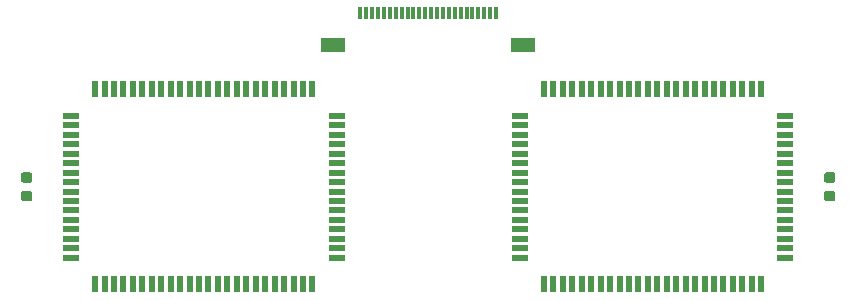
<source format=gbr>
G04 #@! TF.GenerationSoftware,KiCad,Pcbnew,5.1.5+dfsg1-2build2*
G04 #@! TF.CreationDate,2021-03-31T10:31:05+02:00*
G04 #@! TF.ProjectId,ModulAdapterMagnet,4d6f6475-6c41-4646-9170-7465724d6167,rev?*
G04 #@! TF.SameCoordinates,Original*
G04 #@! TF.FileFunction,Paste,Bot*
G04 #@! TF.FilePolarity,Positive*
%FSLAX46Y46*%
G04 Gerber Fmt 4.6, Leading zero omitted, Abs format (unit mm)*
G04 Created by KiCad (PCBNEW 5.1.5+dfsg1-2build2) date 2021-03-31 10:31:05*
%MOMM*%
%LPD*%
G04 APERTURE LIST*
%ADD10R,0.500000X1.480000*%
%ADD11R,1.480000X0.500000*%
%ADD12R,2.000000X1.300000*%
%ADD13R,0.300000X1.000000*%
%ADD14C,0.100000*%
G04 APERTURE END LIST*
D10*
X109800000Y-91260000D03*
X110600000Y-91260000D03*
X111400000Y-91260000D03*
X112200000Y-91260000D03*
X113000000Y-91260000D03*
X113800000Y-91260000D03*
X114600000Y-91260000D03*
X115400000Y-91260000D03*
X116200000Y-91260000D03*
X117000000Y-91260000D03*
X117800000Y-91260000D03*
X118600000Y-91260000D03*
X119400000Y-91260000D03*
X120200000Y-91260000D03*
X121000000Y-91260000D03*
X121800000Y-91260000D03*
X122600000Y-91260000D03*
X123400000Y-91260000D03*
X124200000Y-91260000D03*
X125000000Y-91260000D03*
X125800000Y-91260000D03*
X126600000Y-91260000D03*
X127400000Y-91260000D03*
X128200000Y-91260000D03*
D11*
X130240000Y-93500000D03*
X130240000Y-94300000D03*
X130240000Y-95100000D03*
X130240000Y-95900000D03*
X130240000Y-96700000D03*
X130240000Y-97500000D03*
X130240000Y-98300000D03*
X130240000Y-99100000D03*
X130240000Y-99900000D03*
X130240000Y-100700000D03*
X130240000Y-101500000D03*
X130240000Y-102300000D03*
X130240000Y-103100000D03*
X130240000Y-103900000D03*
X130240000Y-104700000D03*
X130240000Y-105500000D03*
D10*
X128200000Y-107740000D03*
X127400000Y-107740000D03*
X126600000Y-107740000D03*
X125800000Y-107740000D03*
X125000000Y-107740000D03*
X124200000Y-107740000D03*
X123400000Y-107740000D03*
X122600000Y-107740000D03*
X121800000Y-107740000D03*
X121000000Y-107740000D03*
X120200000Y-107740000D03*
X119400000Y-107740000D03*
X118600000Y-107740000D03*
X117800000Y-107740000D03*
X117000000Y-107740000D03*
X116200000Y-107740000D03*
X115400000Y-107740000D03*
X114600000Y-107740000D03*
X113800000Y-107740000D03*
X113000000Y-107740000D03*
X112200000Y-107740000D03*
X111400000Y-107740000D03*
X110600000Y-107740000D03*
X109800000Y-107740000D03*
D11*
X107760000Y-105500000D03*
X107760000Y-104700000D03*
X107760000Y-103900000D03*
X107760000Y-103100000D03*
X107760000Y-102300000D03*
X107760000Y-101500000D03*
X107760000Y-100700000D03*
X107760000Y-99900000D03*
X107760000Y-99100000D03*
X107760000Y-98300000D03*
X107760000Y-97500000D03*
X107760000Y-96700000D03*
X107760000Y-95900000D03*
X107760000Y-95100000D03*
X107760000Y-94300000D03*
X107760000Y-93500000D03*
D10*
X90200000Y-107740000D03*
X89400000Y-107740000D03*
X88600000Y-107740000D03*
X87800000Y-107740000D03*
X87000000Y-107740000D03*
X86200000Y-107740000D03*
X85400000Y-107740000D03*
X84600000Y-107740000D03*
X83800000Y-107740000D03*
X83000000Y-107740000D03*
X82200000Y-107740000D03*
X81400000Y-107740000D03*
X80600000Y-107740000D03*
X79800000Y-107740000D03*
X79000000Y-107740000D03*
X78200000Y-107740000D03*
X77400000Y-107740000D03*
X76600000Y-107740000D03*
X75800000Y-107740000D03*
X75000000Y-107740000D03*
X74200000Y-107740000D03*
X73400000Y-107740000D03*
X72600000Y-107740000D03*
X71800000Y-107740000D03*
D11*
X69760000Y-105500000D03*
X69760000Y-104700000D03*
X69760000Y-103900000D03*
X69760000Y-103100000D03*
X69760000Y-102300000D03*
X69760000Y-101500000D03*
X69760000Y-100700000D03*
X69760000Y-99900000D03*
X69760000Y-99100000D03*
X69760000Y-98300000D03*
X69760000Y-97500000D03*
X69760000Y-96700000D03*
X69760000Y-95900000D03*
X69760000Y-95100000D03*
X69760000Y-94300000D03*
X69760000Y-93500000D03*
D10*
X71800000Y-91260000D03*
X72600000Y-91260000D03*
X73400000Y-91260000D03*
X74200000Y-91260000D03*
X75000000Y-91260000D03*
X75800000Y-91260000D03*
X76600000Y-91260000D03*
X77400000Y-91260000D03*
X78200000Y-91260000D03*
X79000000Y-91260000D03*
X79800000Y-91260000D03*
X80600000Y-91260000D03*
X81400000Y-91260000D03*
X82200000Y-91260000D03*
X83000000Y-91260000D03*
X83800000Y-91260000D03*
X84600000Y-91260000D03*
X85400000Y-91260000D03*
X86200000Y-91260000D03*
X87000000Y-91260000D03*
X87800000Y-91260000D03*
X88600000Y-91260000D03*
X89400000Y-91260000D03*
X90200000Y-91260000D03*
D11*
X92240000Y-93500000D03*
X92240000Y-94300000D03*
X92240000Y-95100000D03*
X92240000Y-95900000D03*
X92240000Y-96700000D03*
X92240000Y-97500000D03*
X92240000Y-98300000D03*
X92240000Y-99100000D03*
X92240000Y-99900000D03*
X92240000Y-100700000D03*
X92240000Y-101500000D03*
X92240000Y-102300000D03*
X92240000Y-103100000D03*
X92240000Y-103900000D03*
X92240000Y-104700000D03*
X92240000Y-105500000D03*
D12*
X108050000Y-87500000D03*
X91950000Y-87500000D03*
D13*
X105750000Y-84800000D03*
X105250000Y-84800000D03*
X104750000Y-84800000D03*
X104250000Y-84800000D03*
X103750000Y-84800000D03*
X103250000Y-84800000D03*
X102750000Y-84800000D03*
X102250000Y-84800000D03*
X101750000Y-84800000D03*
X101250000Y-84800000D03*
X100750000Y-84800000D03*
X100250000Y-84800000D03*
X99750000Y-84800000D03*
X99250000Y-84800000D03*
X98750000Y-84800000D03*
X98250000Y-84800000D03*
X97750000Y-84800000D03*
X97250000Y-84800000D03*
X96750000Y-84800000D03*
X96250000Y-84800000D03*
X95750000Y-84800000D03*
X95250000Y-84800000D03*
X94750000Y-84800000D03*
X94250000Y-84800000D03*
D14*
G36*
X134277691Y-98276053D02*
G01*
X134298926Y-98279203D01*
X134319750Y-98284419D01*
X134339962Y-98291651D01*
X134359368Y-98300830D01*
X134377781Y-98311866D01*
X134395024Y-98324654D01*
X134410930Y-98339070D01*
X134425346Y-98354976D01*
X134438134Y-98372219D01*
X134449170Y-98390632D01*
X134458349Y-98410038D01*
X134465581Y-98430250D01*
X134470797Y-98451074D01*
X134473947Y-98472309D01*
X134475000Y-98493750D01*
X134475000Y-98931250D01*
X134473947Y-98952691D01*
X134470797Y-98973926D01*
X134465581Y-98994750D01*
X134458349Y-99014962D01*
X134449170Y-99034368D01*
X134438134Y-99052781D01*
X134425346Y-99070024D01*
X134410930Y-99085930D01*
X134395024Y-99100346D01*
X134377781Y-99113134D01*
X134359368Y-99124170D01*
X134339962Y-99133349D01*
X134319750Y-99140581D01*
X134298926Y-99145797D01*
X134277691Y-99148947D01*
X134256250Y-99150000D01*
X133743750Y-99150000D01*
X133722309Y-99148947D01*
X133701074Y-99145797D01*
X133680250Y-99140581D01*
X133660038Y-99133349D01*
X133640632Y-99124170D01*
X133622219Y-99113134D01*
X133604976Y-99100346D01*
X133589070Y-99085930D01*
X133574654Y-99070024D01*
X133561866Y-99052781D01*
X133550830Y-99034368D01*
X133541651Y-99014962D01*
X133534419Y-98994750D01*
X133529203Y-98973926D01*
X133526053Y-98952691D01*
X133525000Y-98931250D01*
X133525000Y-98493750D01*
X133526053Y-98472309D01*
X133529203Y-98451074D01*
X133534419Y-98430250D01*
X133541651Y-98410038D01*
X133550830Y-98390632D01*
X133561866Y-98372219D01*
X133574654Y-98354976D01*
X133589070Y-98339070D01*
X133604976Y-98324654D01*
X133622219Y-98311866D01*
X133640632Y-98300830D01*
X133660038Y-98291651D01*
X133680250Y-98284419D01*
X133701074Y-98279203D01*
X133722309Y-98276053D01*
X133743750Y-98275000D01*
X134256250Y-98275000D01*
X134277691Y-98276053D01*
G37*
G36*
X134277691Y-99851053D02*
G01*
X134298926Y-99854203D01*
X134319750Y-99859419D01*
X134339962Y-99866651D01*
X134359368Y-99875830D01*
X134377781Y-99886866D01*
X134395024Y-99899654D01*
X134410930Y-99914070D01*
X134425346Y-99929976D01*
X134438134Y-99947219D01*
X134449170Y-99965632D01*
X134458349Y-99985038D01*
X134465581Y-100005250D01*
X134470797Y-100026074D01*
X134473947Y-100047309D01*
X134475000Y-100068750D01*
X134475000Y-100506250D01*
X134473947Y-100527691D01*
X134470797Y-100548926D01*
X134465581Y-100569750D01*
X134458349Y-100589962D01*
X134449170Y-100609368D01*
X134438134Y-100627781D01*
X134425346Y-100645024D01*
X134410930Y-100660930D01*
X134395024Y-100675346D01*
X134377781Y-100688134D01*
X134359368Y-100699170D01*
X134339962Y-100708349D01*
X134319750Y-100715581D01*
X134298926Y-100720797D01*
X134277691Y-100723947D01*
X134256250Y-100725000D01*
X133743750Y-100725000D01*
X133722309Y-100723947D01*
X133701074Y-100720797D01*
X133680250Y-100715581D01*
X133660038Y-100708349D01*
X133640632Y-100699170D01*
X133622219Y-100688134D01*
X133604976Y-100675346D01*
X133589070Y-100660930D01*
X133574654Y-100645024D01*
X133561866Y-100627781D01*
X133550830Y-100609368D01*
X133541651Y-100589962D01*
X133534419Y-100569750D01*
X133529203Y-100548926D01*
X133526053Y-100527691D01*
X133525000Y-100506250D01*
X133525000Y-100068750D01*
X133526053Y-100047309D01*
X133529203Y-100026074D01*
X133534419Y-100005250D01*
X133541651Y-99985038D01*
X133550830Y-99965632D01*
X133561866Y-99947219D01*
X133574654Y-99929976D01*
X133589070Y-99914070D01*
X133604976Y-99899654D01*
X133622219Y-99886866D01*
X133640632Y-99875830D01*
X133660038Y-99866651D01*
X133680250Y-99859419D01*
X133701074Y-99854203D01*
X133722309Y-99851053D01*
X133743750Y-99850000D01*
X134256250Y-99850000D01*
X134277691Y-99851053D01*
G37*
G36*
X66277691Y-98276053D02*
G01*
X66298926Y-98279203D01*
X66319750Y-98284419D01*
X66339962Y-98291651D01*
X66359368Y-98300830D01*
X66377781Y-98311866D01*
X66395024Y-98324654D01*
X66410930Y-98339070D01*
X66425346Y-98354976D01*
X66438134Y-98372219D01*
X66449170Y-98390632D01*
X66458349Y-98410038D01*
X66465581Y-98430250D01*
X66470797Y-98451074D01*
X66473947Y-98472309D01*
X66475000Y-98493750D01*
X66475000Y-98931250D01*
X66473947Y-98952691D01*
X66470797Y-98973926D01*
X66465581Y-98994750D01*
X66458349Y-99014962D01*
X66449170Y-99034368D01*
X66438134Y-99052781D01*
X66425346Y-99070024D01*
X66410930Y-99085930D01*
X66395024Y-99100346D01*
X66377781Y-99113134D01*
X66359368Y-99124170D01*
X66339962Y-99133349D01*
X66319750Y-99140581D01*
X66298926Y-99145797D01*
X66277691Y-99148947D01*
X66256250Y-99150000D01*
X65743750Y-99150000D01*
X65722309Y-99148947D01*
X65701074Y-99145797D01*
X65680250Y-99140581D01*
X65660038Y-99133349D01*
X65640632Y-99124170D01*
X65622219Y-99113134D01*
X65604976Y-99100346D01*
X65589070Y-99085930D01*
X65574654Y-99070024D01*
X65561866Y-99052781D01*
X65550830Y-99034368D01*
X65541651Y-99014962D01*
X65534419Y-98994750D01*
X65529203Y-98973926D01*
X65526053Y-98952691D01*
X65525000Y-98931250D01*
X65525000Y-98493750D01*
X65526053Y-98472309D01*
X65529203Y-98451074D01*
X65534419Y-98430250D01*
X65541651Y-98410038D01*
X65550830Y-98390632D01*
X65561866Y-98372219D01*
X65574654Y-98354976D01*
X65589070Y-98339070D01*
X65604976Y-98324654D01*
X65622219Y-98311866D01*
X65640632Y-98300830D01*
X65660038Y-98291651D01*
X65680250Y-98284419D01*
X65701074Y-98279203D01*
X65722309Y-98276053D01*
X65743750Y-98275000D01*
X66256250Y-98275000D01*
X66277691Y-98276053D01*
G37*
G36*
X66277691Y-99851053D02*
G01*
X66298926Y-99854203D01*
X66319750Y-99859419D01*
X66339962Y-99866651D01*
X66359368Y-99875830D01*
X66377781Y-99886866D01*
X66395024Y-99899654D01*
X66410930Y-99914070D01*
X66425346Y-99929976D01*
X66438134Y-99947219D01*
X66449170Y-99965632D01*
X66458349Y-99985038D01*
X66465581Y-100005250D01*
X66470797Y-100026074D01*
X66473947Y-100047309D01*
X66475000Y-100068750D01*
X66475000Y-100506250D01*
X66473947Y-100527691D01*
X66470797Y-100548926D01*
X66465581Y-100569750D01*
X66458349Y-100589962D01*
X66449170Y-100609368D01*
X66438134Y-100627781D01*
X66425346Y-100645024D01*
X66410930Y-100660930D01*
X66395024Y-100675346D01*
X66377781Y-100688134D01*
X66359368Y-100699170D01*
X66339962Y-100708349D01*
X66319750Y-100715581D01*
X66298926Y-100720797D01*
X66277691Y-100723947D01*
X66256250Y-100725000D01*
X65743750Y-100725000D01*
X65722309Y-100723947D01*
X65701074Y-100720797D01*
X65680250Y-100715581D01*
X65660038Y-100708349D01*
X65640632Y-100699170D01*
X65622219Y-100688134D01*
X65604976Y-100675346D01*
X65589070Y-100660930D01*
X65574654Y-100645024D01*
X65561866Y-100627781D01*
X65550830Y-100609368D01*
X65541651Y-100589962D01*
X65534419Y-100569750D01*
X65529203Y-100548926D01*
X65526053Y-100527691D01*
X65525000Y-100506250D01*
X65525000Y-100068750D01*
X65526053Y-100047309D01*
X65529203Y-100026074D01*
X65534419Y-100005250D01*
X65541651Y-99985038D01*
X65550830Y-99965632D01*
X65561866Y-99947219D01*
X65574654Y-99929976D01*
X65589070Y-99914070D01*
X65604976Y-99899654D01*
X65622219Y-99886866D01*
X65640632Y-99875830D01*
X65660038Y-99866651D01*
X65680250Y-99859419D01*
X65701074Y-99854203D01*
X65722309Y-99851053D01*
X65743750Y-99850000D01*
X66256250Y-99850000D01*
X66277691Y-99851053D01*
G37*
M02*

</source>
